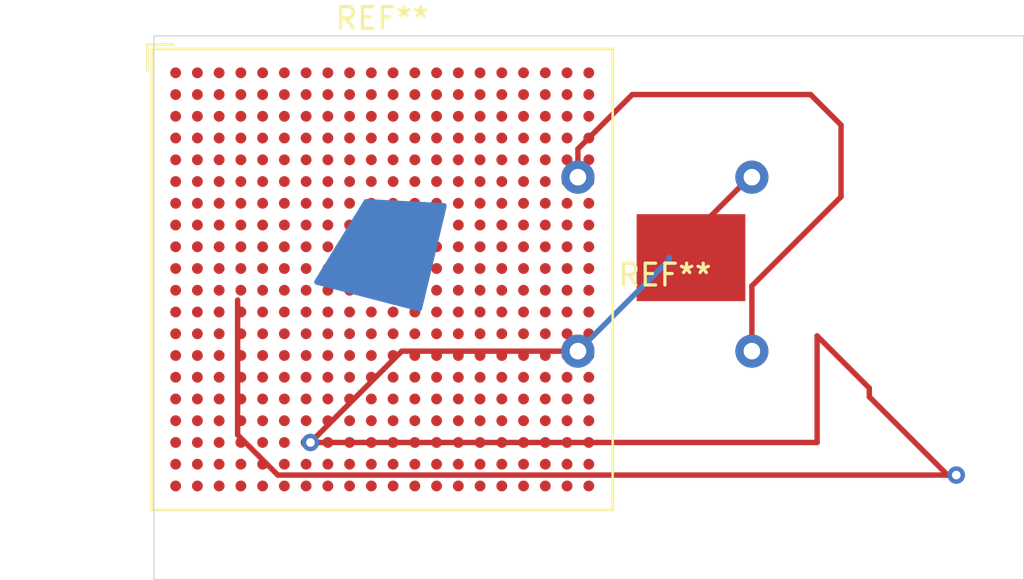
<source format=kicad_pcb>
(kicad_pcb (version 20171130) (host pcbnew "(5.1.9)-1")

  (general
    (thickness 1.6)
    (drawings 4)
    (tracks 27)
    (zones 0)
    (modules 2)
    (nets 1)
  )

  (page A4)
  (layers
    (0 F.Cu signal)
    (31 B.Cu signal)
    (32 B.Adhes user)
    (33 F.Adhes user)
    (34 B.Paste user)
    (35 F.Paste user)
    (36 B.SilkS user)
    (37 F.SilkS user)
    (38 B.Mask user)
    (39 F.Mask user)
    (40 Dwgs.User user)
    (41 Cmts.User user)
    (42 Eco1.User user)
    (43 Eco2.User user)
    (44 Edge.Cuts user)
    (45 Margin user)
    (46 B.CrtYd user)
    (47 F.CrtYd user)
    (48 B.Fab user)
    (49 F.Fab user)
  )

  (setup
    (last_trace_width 0.25)
    (trace_clearance 0.2)
    (zone_clearance 0.508)
    (zone_45_only no)
    (trace_min 0.2)
    (via_size 0.8)
    (via_drill 0.4)
    (via_min_size 0.4)
    (via_min_drill 0.3)
    (uvia_size 0.3)
    (uvia_drill 0.1)
    (uvias_allowed no)
    (uvia_min_size 0.2)
    (uvia_min_drill 0.1)
    (edge_width 0.05)
    (segment_width 0.2)
    (pcb_text_width 0.3)
    (pcb_text_size 1.5 1.5)
    (mod_edge_width 0.12)
    (mod_text_size 1 1)
    (mod_text_width 0.15)
    (pad_size 1.524 1.524)
    (pad_drill 0.762)
    (pad_to_mask_clearance 0)
    (aux_axis_origin 0 0)
    (visible_elements 7FFFFFFF)
    (pcbplotparams
      (layerselection 0x010fc_ffffffff)
      (usegerberextensions false)
      (usegerberattributes true)
      (usegerberadvancedattributes true)
      (creategerberjobfile true)
      (excludeedgelayer true)
      (linewidth 0.100000)
      (plotframeref false)
      (viasonmask false)
      (mode 1)
      (useauxorigin false)
      (hpglpennumber 1)
      (hpglpenspeed 20)
      (hpglpendiameter 15.000000)
      (psnegative false)
      (psa4output false)
      (plotreference true)
      (plotvalue true)
      (plotinvisibletext false)
      (padsonsilk false)
      (subtractmaskfromsilk false)
      (outputformat 1)
      (mirror false)
      (drillshape 1)
      (scaleselection 1)
      (outputdirectory ""))
  )

  (net 0 "")

  (net_class Default "This is the default net class."
    (clearance 0.2)
    (trace_width 0.25)
    (via_dia 0.8)
    (via_drill 0.4)
    (uvia_dia 0.3)
    (uvia_drill 0.1)
  )

  (module prueba:prueba (layer F.Cu) (tedit 60D7A6DF) (tstamp 60D795A4)
    (at 113.5 25.5)
    (fp_text reference REF** (at 0 0.5) (layer F.SilkS)
      (effects (font (size 1 1) (thickness 0.15)))
    )
    (fp_text value prueba (at 0 -0.5) (layer F.Fab)
      (effects (font (size 1 1) (thickness 0.15)))
    )
    (pad 5 thru_hole circle (at -4 -4 45) (size 1.524 1.524) (drill 0.762) (layers *.Cu *.Mask))
    (pad 4 thru_hole circle (at -4 4) (size 1.524 1.524) (drill 0.762) (layers *.Cu *.Mask))
    (pad 3 thru_hole circle (at 4 4) (size 1.524 1.524) (drill 0.762) (layers *.Cu *.Mask))
    (pad 2 thru_hole circle (at 4 -4) (size 1.524 1.524) (drill 0.762) (layers *.Cu *.Mask))
    (pad 1 smd rect (at 0.2 -0.3) (size 5 4) (drill (offset 1 0)) (layers F.Cu F.Paste F.Mask)
      (die_length 1))
  )

  (module Package_BGA:BGA-400_21.0x21.0mm_Layout20x20_P1.0mm (layer F.Cu) (tedit 5A058D74) (tstamp 60D7FD60)
    (at 100.5 26.2)
    (descr "BGA-400, https://www.xilinx.com/support/documentation/package_specs/fg400.pdf")
    (tags BGA-400)
    (attr smd)
    (fp_text reference REF** (at 0 -12) (layer F.SilkS)
      (effects (font (size 1 1) (thickness 0.15)))
    )
    (fp_text value BGA-400_21.0x21.0mm_Layout20x20_P1.0mm (at 0 12.06) (layer F.Fab)
      (effects (font (size 1 1) (thickness 0.15)))
    )
    (fp_text user %R (at 0 0) (layer F.Fab)
      (effects (font (size 1 1) (thickness 0.15)))
    )
    (fp_line (start -10.8 -9.6) (end -10.8 -10.8) (layer F.SilkS) (width 0.12))
    (fp_line (start -10.8 -10.8) (end -9.6 -10.8) (layer F.SilkS) (width 0.12))
    (fp_line (start 10.6 10.6) (end -10.6 10.6) (layer F.SilkS) (width 0.12))
    (fp_line (start -10.6 10.6) (end -10.6 -10.6) (layer F.SilkS) (width 0.12))
    (fp_line (start -10.6 -10.6) (end 10.6 -10.6) (layer F.SilkS) (width 0.12))
    (fp_line (start 10.6 -10.6) (end 10.6 10.6) (layer F.SilkS) (width 0.12))
    (fp_line (start 10.5 10.5) (end -10.5 10.5) (layer F.Fab) (width 0.1))
    (fp_line (start -10.5 10.5) (end -10.5 -9.5) (layer F.Fab) (width 0.1))
    (fp_line (start -10.5 -9.5) (end -9.5 -10.5) (layer F.Fab) (width 0.1))
    (fp_line (start -9.5 -10.5) (end 10.5 -10.5) (layer F.Fab) (width 0.1))
    (fp_line (start 10.5 -10.5) (end 10.5 10.5) (layer F.Fab) (width 0.1))
    (fp_line (start -11.5 -11.5) (end 11.5 -11.5) (layer F.CrtYd) (width 0.05))
    (fp_line (start -11.5 -11.5) (end -11.5 11.5) (layer F.CrtYd) (width 0.05))
    (fp_line (start 11.5 11.5) (end 11.5 -11.5) (layer F.CrtYd) (width 0.05))
    (fp_line (start 11.5 11.5) (end -11.5 11.5) (layer F.CrtYd) (width 0.05))
    (pad J14 smd circle (at 3.5 -1.5) (size 0.5 0.5) (layers F.Cu F.Paste F.Mask))
    (pad J13 smd circle (at 2.5 -1.5) (size 0.5 0.5) (layers F.Cu F.Paste F.Mask))
    (pad J12 smd circle (at 1.5 -1.5) (size 0.5 0.5) (layers F.Cu F.Paste F.Mask))
    (pad J11 smd circle (at 0.5 -1.5) (size 0.5 0.5) (layers F.Cu F.Paste F.Mask))
    (pad J10 smd circle (at -0.5 -1.5) (size 0.5 0.5) (layers F.Cu F.Paste F.Mask))
    (pad J9 smd circle (at -1.5 -1.5) (size 0.5 0.5) (layers F.Cu F.Paste F.Mask))
    (pad J8 smd circle (at -2.5 -1.5) (size 0.5 0.5) (layers F.Cu F.Paste F.Mask))
    (pad J7 smd circle (at -3.5 -1.5) (size 0.5 0.5) (layers F.Cu F.Paste F.Mask))
    (pad H14 smd circle (at 3.5 -2.5) (size 0.5 0.5) (layers F.Cu F.Paste F.Mask))
    (pad H13 smd circle (at 2.5 -2.5) (size 0.5 0.5) (layers F.Cu F.Paste F.Mask))
    (pad H12 smd circle (at 1.5 -2.5) (size 0.5 0.5) (layers F.Cu F.Paste F.Mask))
    (pad H11 smd circle (at 0.5 -2.5) (size 0.5 0.5) (layers F.Cu F.Paste F.Mask))
    (pad H10 smd circle (at -0.5 -2.5) (size 0.5 0.5) (layers F.Cu F.Paste F.Mask))
    (pad H9 smd circle (at -1.5 -2.5) (size 0.5 0.5) (layers F.Cu F.Paste F.Mask))
    (pad H8 smd circle (at -2.5 -2.5) (size 0.5 0.5) (layers F.Cu F.Paste F.Mask))
    (pad H7 smd circle (at -3.5 -2.5) (size 0.5 0.5) (layers F.Cu F.Paste F.Mask))
    (pad G14 smd circle (at 3.5 -3.5) (size 0.5 0.5) (layers F.Cu F.Paste F.Mask))
    (pad G13 smd circle (at 2.5 -3.5) (size 0.5 0.5) (layers F.Cu F.Paste F.Mask))
    (pad G12 smd circle (at 1.5 -3.5) (size 0.5 0.5) (layers F.Cu F.Paste F.Mask))
    (pad G11 smd circle (at 0.5 -3.5) (size 0.5 0.5) (layers F.Cu F.Paste F.Mask))
    (pad G10 smd circle (at -0.5 -3.5) (size 0.5 0.5) (layers F.Cu F.Paste F.Mask))
    (pad G9 smd circle (at -1.5 -3.5) (size 0.5 0.5) (layers F.Cu F.Paste F.Mask))
    (pad G8 smd circle (at -2.5 -3.5) (size 0.5 0.5) (layers F.Cu F.Paste F.Mask))
    (pad K14 smd circle (at 3.5 -0.5) (size 0.5 0.5) (layers F.Cu F.Paste F.Mask))
    (pad K13 smd circle (at 2.5 -0.5) (size 0.5 0.5) (layers F.Cu F.Paste F.Mask))
    (pad K12 smd circle (at 1.5 -0.5) (size 0.5 0.5) (layers F.Cu F.Paste F.Mask))
    (pad K11 smd circle (at 0.5 -0.5) (size 0.5 0.5) (layers F.Cu F.Paste F.Mask))
    (pad K10 smd circle (at -0.5 -0.5) (size 0.5 0.5) (layers F.Cu F.Paste F.Mask))
    (pad K9 smd circle (at -1.5 -0.5) (size 0.5 0.5) (layers F.Cu F.Paste F.Mask))
    (pad K8 smd circle (at -2.5 -0.5) (size 0.5 0.5) (layers F.Cu F.Paste F.Mask))
    (pad K7 smd circle (at -3.5 -0.5) (size 0.5 0.5) (layers F.Cu F.Paste F.Mask))
    (pad L14 smd circle (at 3.5 0.5) (size 0.5 0.5) (layers F.Cu F.Paste F.Mask))
    (pad L13 smd circle (at 2.5 0.5) (size 0.5 0.5) (layers F.Cu F.Paste F.Mask))
    (pad L12 smd circle (at 1.5 0.5) (size 0.5 0.5) (layers F.Cu F.Paste F.Mask))
    (pad L11 smd circle (at 0.5 0.5) (size 0.5 0.5) (layers F.Cu F.Paste F.Mask))
    (pad L10 smd circle (at -0.5 0.5) (size 0.5 0.5) (layers F.Cu F.Paste F.Mask))
    (pad L9 smd circle (at -1.5 0.5) (size 0.5 0.5) (layers F.Cu F.Paste F.Mask))
    (pad L8 smd circle (at -2.5 0.5) (size 0.5 0.5) (layers F.Cu F.Paste F.Mask))
    (pad L7 smd circle (at -3.5 0.5) (size 0.5 0.5) (layers F.Cu F.Paste F.Mask))
    (pad M14 smd circle (at 3.5 1.5) (size 0.5 0.5) (layers F.Cu F.Paste F.Mask))
    (pad M13 smd circle (at 2.5 1.5) (size 0.5 0.5) (layers F.Cu F.Paste F.Mask))
    (pad M12 smd circle (at 1.5 1.5) (size 0.5 0.5) (layers F.Cu F.Paste F.Mask))
    (pad M11 smd circle (at 0.5 1.5) (size 0.5 0.5) (layers F.Cu F.Paste F.Mask))
    (pad M10 smd circle (at -0.5 1.5) (size 0.5 0.5) (layers F.Cu F.Paste F.Mask))
    (pad M9 smd circle (at -1.5 1.5) (size 0.5 0.5) (layers F.Cu F.Paste F.Mask))
    (pad M8 smd circle (at -2.5 1.5) (size 0.5 0.5) (layers F.Cu F.Paste F.Mask))
    (pad M7 smd circle (at -3.5 1.5) (size 0.5 0.5) (layers F.Cu F.Paste F.Mask))
    (pad N14 smd circle (at 3.5 2.5) (size 0.5 0.5) (layers F.Cu F.Paste F.Mask))
    (pad N13 smd circle (at 2.5 2.5) (size 0.5 0.5) (layers F.Cu F.Paste F.Mask))
    (pad N12 smd circle (at 1.5 2.5) (size 0.5 0.5) (layers F.Cu F.Paste F.Mask))
    (pad N11 smd circle (at 0.5 2.5) (size 0.5 0.5) (layers F.Cu F.Paste F.Mask))
    (pad N10 smd circle (at -0.5 2.5) (size 0.5 0.5) (layers F.Cu F.Paste F.Mask))
    (pad N9 smd circle (at -1.5 2.5) (size 0.5 0.5) (layers F.Cu F.Paste F.Mask))
    (pad N8 smd circle (at -2.5 2.5) (size 0.5 0.5) (layers F.Cu F.Paste F.Mask))
    (pad N7 smd circle (at -3.5 2.5) (size 0.5 0.5) (layers F.Cu F.Paste F.Mask))
    (pad P14 smd circle (at 3.5 3.5) (size 0.5 0.5) (layers F.Cu F.Paste F.Mask))
    (pad P13 smd circle (at 2.5 3.5) (size 0.5 0.5) (layers F.Cu F.Paste F.Mask))
    (pad P12 smd circle (at 1.5 3.5) (size 0.5 0.5) (layers F.Cu F.Paste F.Mask))
    (pad P11 smd circle (at 0.5 3.5) (size 0.5 0.5) (layers F.Cu F.Paste F.Mask))
    (pad P10 smd circle (at -0.5 3.5) (size 0.5 0.5) (layers F.Cu F.Paste F.Mask))
    (pad P9 smd circle (at -1.5 3.5) (size 0.5 0.5) (layers F.Cu F.Paste F.Mask))
    (pad P8 smd circle (at -2.5 3.5) (size 0.5 0.5) (layers F.Cu F.Paste F.Mask))
    (pad P7 smd circle (at -3.5 3.5) (size 0.5 0.5) (layers F.Cu F.Paste F.Mask))
    (pad U20 smd circle (at 9.5 6.5) (size 0.5 0.5) (layers F.Cu F.Paste F.Mask))
    (pad U19 smd circle (at 8.5 6.5) (size 0.5 0.5) (layers F.Cu F.Paste F.Mask))
    (pad U18 smd circle (at 7.5 6.5) (size 0.5 0.5) (layers F.Cu F.Paste F.Mask))
    (pad U17 smd circle (at 6.5 6.5) (size 0.5 0.5) (layers F.Cu F.Paste F.Mask))
    (pad U16 smd circle (at 5.5 6.5) (size 0.5 0.5) (layers F.Cu F.Paste F.Mask))
    (pad U15 smd circle (at 4.5 6.5) (size 0.5 0.5) (layers F.Cu F.Paste F.Mask))
    (pad U14 smd circle (at 3.5 6.5) (size 0.5 0.5) (layers F.Cu F.Paste F.Mask))
    (pad U13 smd circle (at 2.5 6.5) (size 0.5 0.5) (layers F.Cu F.Paste F.Mask))
    (pad U12 smd circle (at 1.5 6.5) (size 0.5 0.5) (layers F.Cu F.Paste F.Mask))
    (pad U11 smd circle (at 0.5 6.5) (size 0.5 0.5) (layers F.Cu F.Paste F.Mask))
    (pad U10 smd circle (at -0.5 6.5) (size 0.5 0.5) (layers F.Cu F.Paste F.Mask))
    (pad U9 smd circle (at -1.5 6.5) (size 0.5 0.5) (layers F.Cu F.Paste F.Mask))
    (pad U8 smd circle (at -2.5 6.5) (size 0.5 0.5) (layers F.Cu F.Paste F.Mask))
    (pad U7 smd circle (at -3.5 6.5) (size 0.5 0.5) (layers F.Cu F.Paste F.Mask))
    (pad U6 smd circle (at -4.5 6.5) (size 0.5 0.5) (layers F.Cu F.Paste F.Mask))
    (pad U5 smd circle (at -5.5 6.5) (size 0.5 0.5) (layers F.Cu F.Paste F.Mask))
    (pad U4 smd circle (at -6.5 6.5) (size 0.5 0.5) (layers F.Cu F.Paste F.Mask))
    (pad U3 smd circle (at -7.5 6.5) (size 0.5 0.5) (layers F.Cu F.Paste F.Mask))
    (pad U2 smd circle (at -8.5 6.5) (size 0.5 0.5) (layers F.Cu F.Paste F.Mask))
    (pad V20 smd circle (at 9.5 7.5) (size 0.5 0.5) (layers F.Cu F.Paste F.Mask))
    (pad V19 smd circle (at 8.5 7.5) (size 0.5 0.5) (layers F.Cu F.Paste F.Mask))
    (pad V18 smd circle (at 7.5 7.5) (size 0.5 0.5) (layers F.Cu F.Paste F.Mask))
    (pad V17 smd circle (at 6.5 7.5) (size 0.5 0.5) (layers F.Cu F.Paste F.Mask))
    (pad V16 smd circle (at 5.5 7.5) (size 0.5 0.5) (layers F.Cu F.Paste F.Mask))
    (pad V15 smd circle (at 4.5 7.5) (size 0.5 0.5) (layers F.Cu F.Paste F.Mask))
    (pad V14 smd circle (at 3.5 7.5) (size 0.5 0.5) (layers F.Cu F.Paste F.Mask))
    (pad V13 smd circle (at 2.5 7.5) (size 0.5 0.5) (layers F.Cu F.Paste F.Mask))
    (pad V12 smd circle (at 1.5 7.5) (size 0.5 0.5) (layers F.Cu F.Paste F.Mask))
    (pad V11 smd circle (at 0.5 7.5) (size 0.5 0.5) (layers F.Cu F.Paste F.Mask))
    (pad V10 smd circle (at -0.5 7.5) (size 0.5 0.5) (layers F.Cu F.Paste F.Mask))
    (pad V9 smd circle (at -1.5 7.5) (size 0.5 0.5) (layers F.Cu F.Paste F.Mask))
    (pad V8 smd circle (at -2.5 7.5) (size 0.5 0.5) (layers F.Cu F.Paste F.Mask))
    (pad V7 smd circle (at -3.5 7.5) (size 0.5 0.5) (layers F.Cu F.Paste F.Mask))
    (pad V6 smd circle (at -4.5 7.5) (size 0.5 0.5) (layers F.Cu F.Paste F.Mask))
    (pad V5 smd circle (at -5.5 7.5) (size 0.5 0.5) (layers F.Cu F.Paste F.Mask))
    (pad V4 smd circle (at -6.5 7.5) (size 0.5 0.5) (layers F.Cu F.Paste F.Mask))
    (pad V3 smd circle (at -7.5 7.5) (size 0.5 0.5) (layers F.Cu F.Paste F.Mask))
    (pad V2 smd circle (at -8.5 7.5) (size 0.5 0.5) (layers F.Cu F.Paste F.Mask))
    (pad W20 smd circle (at 9.5 8.5) (size 0.5 0.5) (layers F.Cu F.Paste F.Mask))
    (pad W19 smd circle (at 8.5 8.5) (size 0.5 0.5) (layers F.Cu F.Paste F.Mask))
    (pad W18 smd circle (at 7.5 8.5) (size 0.5 0.5) (layers F.Cu F.Paste F.Mask))
    (pad W17 smd circle (at 6.5 8.5) (size 0.5 0.5) (layers F.Cu F.Paste F.Mask))
    (pad W16 smd circle (at 5.5 8.5) (size 0.5 0.5) (layers F.Cu F.Paste F.Mask))
    (pad W15 smd circle (at 4.5 8.5) (size 0.5 0.5) (layers F.Cu F.Paste F.Mask))
    (pad W14 smd circle (at 3.5 8.5) (size 0.5 0.5) (layers F.Cu F.Paste F.Mask))
    (pad W13 smd circle (at 2.5 8.5) (size 0.5 0.5) (layers F.Cu F.Paste F.Mask))
    (pad W12 smd circle (at 1.5 8.5) (size 0.5 0.5) (layers F.Cu F.Paste F.Mask))
    (pad W11 smd circle (at 0.5 8.5) (size 0.5 0.5) (layers F.Cu F.Paste F.Mask))
    (pad W10 smd circle (at -0.5 8.5) (size 0.5 0.5) (layers F.Cu F.Paste F.Mask))
    (pad W9 smd circle (at -1.5 8.5) (size 0.5 0.5) (layers F.Cu F.Paste F.Mask))
    (pad W8 smd circle (at -2.5 8.5) (size 0.5 0.5) (layers F.Cu F.Paste F.Mask))
    (pad W7 smd circle (at -3.5 8.5) (size 0.5 0.5) (layers F.Cu F.Paste F.Mask))
    (pad W6 smd circle (at -4.5 8.5) (size 0.5 0.5) (layers F.Cu F.Paste F.Mask))
    (pad W5 smd circle (at -5.5 8.5) (size 0.5 0.5) (layers F.Cu F.Paste F.Mask))
    (pad W4 smd circle (at -6.5 8.5) (size 0.5 0.5) (layers F.Cu F.Paste F.Mask))
    (pad W3 smd circle (at -7.5 8.5) (size 0.5 0.5) (layers F.Cu F.Paste F.Mask))
    (pad W2 smd circle (at -8.5 8.5) (size 0.5 0.5) (layers F.Cu F.Paste F.Mask))
    (pad Y20 smd circle (at 9.5 9.5) (size 0.5 0.5) (layers F.Cu F.Paste F.Mask))
    (pad Y19 smd circle (at 8.5 9.5) (size 0.5 0.5) (layers F.Cu F.Paste F.Mask))
    (pad Y18 smd circle (at 7.5 9.5) (size 0.5 0.5) (layers F.Cu F.Paste F.Mask))
    (pad Y17 smd circle (at 6.5 9.5) (size 0.5 0.5) (layers F.Cu F.Paste F.Mask))
    (pad Y16 smd circle (at 5.5 9.5) (size 0.5 0.5) (layers F.Cu F.Paste F.Mask))
    (pad Y15 smd circle (at 4.5 9.5) (size 0.5 0.5) (layers F.Cu F.Paste F.Mask))
    (pad Y14 smd circle (at 3.5 9.5) (size 0.5 0.5) (layers F.Cu F.Paste F.Mask))
    (pad Y13 smd circle (at 2.5 9.5) (size 0.5 0.5) (layers F.Cu F.Paste F.Mask))
    (pad Y12 smd circle (at 1.5 9.5) (size 0.5 0.5) (layers F.Cu F.Paste F.Mask))
    (pad Y11 smd circle (at 0.5 9.5) (size 0.5 0.5) (layers F.Cu F.Paste F.Mask))
    (pad Y10 smd circle (at -0.5 9.5) (size 0.5 0.5) (layers F.Cu F.Paste F.Mask))
    (pad Y9 smd circle (at -1.5 9.5) (size 0.5 0.5) (layers F.Cu F.Paste F.Mask))
    (pad Y8 smd circle (at -2.5 9.5) (size 0.5 0.5) (layers F.Cu F.Paste F.Mask))
    (pad Y7 smd circle (at -3.5 9.5) (size 0.5 0.5) (layers F.Cu F.Paste F.Mask))
    (pad Y6 smd circle (at -4.5 9.5) (size 0.5 0.5) (layers F.Cu F.Paste F.Mask))
    (pad Y5 smd circle (at -5.5 9.5) (size 0.5 0.5) (layers F.Cu F.Paste F.Mask))
    (pad Y4 smd circle (at -6.5 9.5) (size 0.5 0.5) (layers F.Cu F.Paste F.Mask))
    (pad Y3 smd circle (at -7.5 9.5) (size 0.5 0.5) (layers F.Cu F.Paste F.Mask))
    (pad Y2 smd circle (at -8.5 9.5) (size 0.5 0.5) (layers F.Cu F.Paste F.Mask))
    (pad Y1 smd circle (at -9.5 9.5) (size 0.5 0.5) (layers F.Cu F.Paste F.Mask))
    (pad W1 smd circle (at -9.5 8.5) (size 0.5 0.5) (layers F.Cu F.Paste F.Mask))
    (pad V1 smd circle (at -9.5 7.5) (size 0.5 0.5) (layers F.Cu F.Paste F.Mask))
    (pad U1 smd circle (at -9.5 6.5) (size 0.5 0.5) (layers F.Cu F.Paste F.Mask))
    (pad T20 smd circle (at 9.5 5.5) (size 0.5 0.5) (layers F.Cu F.Paste F.Mask))
    (pad T19 smd circle (at 8.5 5.5) (size 0.5 0.5) (layers F.Cu F.Paste F.Mask))
    (pad T18 smd circle (at 7.5 5.5) (size 0.5 0.5) (layers F.Cu F.Paste F.Mask))
    (pad T17 smd circle (at 6.5 5.5) (size 0.5 0.5) (layers F.Cu F.Paste F.Mask))
    (pad R20 smd circle (at 9.5 4.5) (size 0.5 0.5) (layers F.Cu F.Paste F.Mask))
    (pad R19 smd circle (at 8.5 4.5) (size 0.5 0.5) (layers F.Cu F.Paste F.Mask))
    (pad R18 smd circle (at 7.5 4.5) (size 0.5 0.5) (layers F.Cu F.Paste F.Mask))
    (pad R17 smd circle (at 6.5 4.5) (size 0.5 0.5) (layers F.Cu F.Paste F.Mask))
    (pad P20 smd circle (at 9.5 3.5) (size 0.5 0.5) (layers F.Cu F.Paste F.Mask))
    (pad P19 smd circle (at 8.5 3.5) (size 0.5 0.5) (layers F.Cu F.Paste F.Mask))
    (pad P18 smd circle (at 7.5 3.5) (size 0.5 0.5) (layers F.Cu F.Paste F.Mask))
    (pad P17 smd circle (at 6.5 3.5) (size 0.5 0.5) (layers F.Cu F.Paste F.Mask))
    (pad N20 smd circle (at 9.5 2.5) (size 0.5 0.5) (layers F.Cu F.Paste F.Mask))
    (pad N19 smd circle (at 8.5 2.5) (size 0.5 0.5) (layers F.Cu F.Paste F.Mask))
    (pad N18 smd circle (at 7.5 2.5) (size 0.5 0.5) (layers F.Cu F.Paste F.Mask))
    (pad N17 smd circle (at 6.5 2.5) (size 0.5 0.5) (layers F.Cu F.Paste F.Mask))
    (pad M20 smd circle (at 9.5 1.5) (size 0.5 0.5) (layers F.Cu F.Paste F.Mask))
    (pad M19 smd circle (at 8.5 1.5) (size 0.5 0.5) (layers F.Cu F.Paste F.Mask))
    (pad M18 smd circle (at 7.5 1.5) (size 0.5 0.5) (layers F.Cu F.Paste F.Mask))
    (pad M17 smd circle (at 6.5 1.5) (size 0.5 0.5) (layers F.Cu F.Paste F.Mask))
    (pad L20 smd circle (at 9.5 0.5) (size 0.5 0.5) (layers F.Cu F.Paste F.Mask))
    (pad L19 smd circle (at 8.5 0.5) (size 0.5 0.5) (layers F.Cu F.Paste F.Mask))
    (pad L18 smd circle (at 7.5 0.5) (size 0.5 0.5) (layers F.Cu F.Paste F.Mask))
    (pad L17 smd circle (at 6.5 0.5) (size 0.5 0.5) (layers F.Cu F.Paste F.Mask))
    (pad K20 smd circle (at 9.5 -0.5) (size 0.5 0.5) (layers F.Cu F.Paste F.Mask))
    (pad K19 smd circle (at 8.5 -0.5) (size 0.5 0.5) (layers F.Cu F.Paste F.Mask))
    (pad K18 smd circle (at 7.5 -0.5) (size 0.5 0.5) (layers F.Cu F.Paste F.Mask))
    (pad K17 smd circle (at 6.5 -0.5) (size 0.5 0.5) (layers F.Cu F.Paste F.Mask))
    (pad J20 smd circle (at 9.5 -1.5) (size 0.5 0.5) (layers F.Cu F.Paste F.Mask))
    (pad J19 smd circle (at 8.5 -1.5) (size 0.5 0.5) (layers F.Cu F.Paste F.Mask))
    (pad J18 smd circle (at 7.5 -1.5) (size 0.5 0.5) (layers F.Cu F.Paste F.Mask))
    (pad J17 smd circle (at 6.5 -1.5) (size 0.5 0.5) (layers F.Cu F.Paste F.Mask))
    (pad H20 smd circle (at 9.5 -2.5) (size 0.5 0.5) (layers F.Cu F.Paste F.Mask))
    (pad H19 smd circle (at 8.5 -2.5) (size 0.5 0.5) (layers F.Cu F.Paste F.Mask))
    (pad H18 smd circle (at 7.5 -2.5) (size 0.5 0.5) (layers F.Cu F.Paste F.Mask))
    (pad H17 smd circle (at 6.5 -2.5) (size 0.5 0.5) (layers F.Cu F.Paste F.Mask))
    (pad G20 smd circle (at 9.5 -3.5) (size 0.5 0.5) (layers F.Cu F.Paste F.Mask))
    (pad G19 smd circle (at 8.5 -3.5) (size 0.5 0.5) (layers F.Cu F.Paste F.Mask))
    (pad G18 smd circle (at 7.5 -3.5) (size 0.5 0.5) (layers F.Cu F.Paste F.Mask))
    (pad G17 smd circle (at 6.5 -3.5) (size 0.5 0.5) (layers F.Cu F.Paste F.Mask))
    (pad F20 smd circle (at 9.5 -4.5) (size 0.5 0.5) (layers F.Cu F.Paste F.Mask))
    (pad F19 smd circle (at 8.5 -4.5) (size 0.5 0.5) (layers F.Cu F.Paste F.Mask))
    (pad F18 smd circle (at 7.5 -4.5) (size 0.5 0.5) (layers F.Cu F.Paste F.Mask))
    (pad F17 smd circle (at 6.5 -4.5) (size 0.5 0.5) (layers F.Cu F.Paste F.Mask))
    (pad E20 smd circle (at 9.5 -5.5) (size 0.5 0.5) (layers F.Cu F.Paste F.Mask))
    (pad E19 smd circle (at 8.5 -5.5) (size 0.5 0.5) (layers F.Cu F.Paste F.Mask))
    (pad E18 smd circle (at 7.5 -5.5) (size 0.5 0.5) (layers F.Cu F.Paste F.Mask))
    (pad E17 smd circle (at 6.5 -5.5) (size 0.5 0.5) (layers F.Cu F.Paste F.Mask))
    (pad D20 smd circle (at 9.5 -6.5) (size 0.5 0.5) (layers F.Cu F.Paste F.Mask))
    (pad D19 smd circle (at 8.5 -6.5) (size 0.5 0.5) (layers F.Cu F.Paste F.Mask))
    (pad D18 smd circle (at 7.5 -6.5) (size 0.5 0.5) (layers F.Cu F.Paste F.Mask))
    (pad D17 smd circle (at 6.5 -6.5) (size 0.5 0.5) (layers F.Cu F.Paste F.Mask))
    (pad C20 smd circle (at 9.5 -7.5) (size 0.5 0.5) (layers F.Cu F.Paste F.Mask))
    (pad C19 smd circle (at 8.5 -7.5) (size 0.5 0.5) (layers F.Cu F.Paste F.Mask))
    (pad C18 smd circle (at 7.5 -7.5) (size 0.5 0.5) (layers F.Cu F.Paste F.Mask))
    (pad C17 smd circle (at 6.5 -7.5) (size 0.5 0.5) (layers F.Cu F.Paste F.Mask))
    (pad B20 smd circle (at 9.5 -8.5) (size 0.5 0.5) (layers F.Cu F.Paste F.Mask))
    (pad B19 smd circle (at 8.5 -8.5) (size 0.5 0.5) (layers F.Cu F.Paste F.Mask))
    (pad B18 smd circle (at 7.5 -8.5) (size 0.5 0.5) (layers F.Cu F.Paste F.Mask))
    (pad B17 smd circle (at 6.5 -8.5) (size 0.5 0.5) (layers F.Cu F.Paste F.Mask))
    (pad A20 smd circle (at 9.5 -9.5) (size 0.5 0.5) (layers F.Cu F.Paste F.Mask))
    (pad A19 smd circle (at 8.5 -9.5) (size 0.5 0.5) (layers F.Cu F.Paste F.Mask))
    (pad A18 smd circle (at 7.5 -9.5) (size 0.5 0.5) (layers F.Cu F.Paste F.Mask))
    (pad A17 smd circle (at 6.5 -9.5) (size 0.5 0.5) (layers F.Cu F.Paste F.Mask))
    (pad H16 smd circle (at 5.5 -2.5) (size 0.5 0.5) (layers F.Cu F.Paste F.Mask))
    (pad J16 smd circle (at 5.5 -1.5) (size 0.5 0.5) (layers F.Cu F.Paste F.Mask))
    (pad K16 smd circle (at 5.5 -0.5) (size 0.5 0.5) (layers F.Cu F.Paste F.Mask))
    (pad L16 smd circle (at 5.5 0.5) (size 0.5 0.5) (layers F.Cu F.Paste F.Mask))
    (pad M16 smd circle (at 5.5 1.5) (size 0.5 0.5) (layers F.Cu F.Paste F.Mask))
    (pad N16 smd circle (at 5.5 2.5) (size 0.5 0.5) (layers F.Cu F.Paste F.Mask))
    (pad P16 smd circle (at 5.5 3.5) (size 0.5 0.5) (layers F.Cu F.Paste F.Mask))
    (pad R16 smd circle (at 5.5 4.5) (size 0.5 0.5) (layers F.Cu F.Paste F.Mask))
    (pad T16 smd circle (at 5.5 5.5) (size 0.5 0.5) (layers F.Cu F.Paste F.Mask))
    (pad T15 smd circle (at 4.5 5.5) (size 0.5 0.5) (layers F.Cu F.Paste F.Mask))
    (pad R15 smd circle (at 4.5 4.5) (size 0.5 0.5) (layers F.Cu F.Paste F.Mask))
    (pad P15 smd circle (at 4.5 3.5) (size 0.5 0.5) (layers F.Cu F.Paste F.Mask))
    (pad N15 smd circle (at 4.5 2.5) (size 0.5 0.5) (layers F.Cu F.Paste F.Mask))
    (pad M15 smd circle (at 4.5 1.5) (size 0.5 0.5) (layers F.Cu F.Paste F.Mask))
    (pad L15 smd circle (at 4.5 0.5) (size 0.5 0.5) (layers F.Cu F.Paste F.Mask))
    (pad K15 smd circle (at 4.5 -0.5) (size 0.5 0.5) (layers F.Cu F.Paste F.Mask))
    (pad J15 smd circle (at 4.5 -1.5) (size 0.5 0.5) (layers F.Cu F.Paste F.Mask))
    (pad H15 smd circle (at 4.5 -2.5) (size 0.5 0.5) (layers F.Cu F.Paste F.Mask))
    (pad R14 smd circle (at 3.5 4.5) (size 0.5 0.5) (layers F.Cu F.Paste F.Mask))
    (pad T14 smd circle (at 3.5 5.5) (size 0.5 0.5) (layers F.Cu F.Paste F.Mask))
    (pad T13 smd circle (at 2.5 5.5) (size 0.5 0.5) (layers F.Cu F.Paste F.Mask))
    (pad R13 smd circle (at 2.5 4.5) (size 0.5 0.5) (layers F.Cu F.Paste F.Mask))
    (pad T12 smd circle (at 1.5 5.5) (size 0.5 0.5) (layers F.Cu F.Paste F.Mask))
    (pad R12 smd circle (at 1.5 4.5) (size 0.5 0.5) (layers F.Cu F.Paste F.Mask))
    (pad F12 smd circle (at 1.5 -4.5) (size 0.5 0.5) (layers F.Cu F.Paste F.Mask))
    (pad F11 smd circle (at 0.5 -4.5) (size 0.5 0.5) (layers F.Cu F.Paste F.Mask))
    (pad F10 smd circle (at -0.5 -4.5) (size 0.5 0.5) (layers F.Cu F.Paste F.Mask))
    (pad F9 smd circle (at -1.5 -4.5) (size 0.5 0.5) (layers F.Cu F.Paste F.Mask))
    (pad E12 smd circle (at 1.5 -5.5) (size 0.5 0.5) (layers F.Cu F.Paste F.Mask))
    (pad E11 smd circle (at 0.5 -5.5) (size 0.5 0.5) (layers F.Cu F.Paste F.Mask))
    (pad E10 smd circle (at -0.5 -5.5) (size 0.5 0.5) (layers F.Cu F.Paste F.Mask))
    (pad E9 smd circle (at -1.5 -5.5) (size 0.5 0.5) (layers F.Cu F.Paste F.Mask))
    (pad T11 smd circle (at 0.5 5.5) (size 0.5 0.5) (layers F.Cu F.Paste F.Mask))
    (pad T10 smd circle (at -0.5 5.5) (size 0.5 0.5) (layers F.Cu F.Paste F.Mask))
    (pad T9 smd circle (at -1.5 5.5) (size 0.5 0.5) (layers F.Cu F.Paste F.Mask))
    (pad T8 smd circle (at -2.5 5.5) (size 0.5 0.5) (layers F.Cu F.Paste F.Mask))
    (pad T7 smd circle (at -3.5 5.5) (size 0.5 0.5) (layers F.Cu F.Paste F.Mask))
    (pad R11 smd circle (at 0.5 4.5) (size 0.5 0.5) (layers F.Cu F.Paste F.Mask))
    (pad R10 smd circle (at -0.5 4.5) (size 0.5 0.5) (layers F.Cu F.Paste F.Mask))
    (pad R9 smd circle (at -1.5 4.5) (size 0.5 0.5) (layers F.Cu F.Paste F.Mask))
    (pad R8 smd circle (at -2.5 4.5) (size 0.5 0.5) (layers F.Cu F.Paste F.Mask))
    (pad R7 smd circle (at -3.5 4.5) (size 0.5 0.5) (layers F.Cu F.Paste F.Mask))
    (pad N6 smd circle (at -4.5 2.5) (size 0.5 0.5) (layers F.Cu F.Paste F.Mask))
    (pad N5 smd circle (at -5.5 2.5) (size 0.5 0.5) (layers F.Cu F.Paste F.Mask))
    (pad T6 smd circle (at -4.5 5.5) (size 0.5 0.5) (layers F.Cu F.Paste F.Mask))
    (pad T5 smd circle (at -5.5 5.5) (size 0.5 0.5) (layers F.Cu F.Paste F.Mask))
    (pad R6 smd circle (at -4.5 4.5) (size 0.5 0.5) (layers F.Cu F.Paste F.Mask))
    (pad R5 smd circle (at -5.5 4.5) (size 0.5 0.5) (layers F.Cu F.Paste F.Mask))
    (pad P6 smd circle (at -4.5 3.5) (size 0.5 0.5) (layers F.Cu F.Paste F.Mask))
    (pad P5 smd circle (at -5.5 3.5) (size 0.5 0.5) (layers F.Cu F.Paste F.Mask))
    (pad M6 smd circle (at -4.5 1.5) (size 0.5 0.5) (layers F.Cu F.Paste F.Mask))
    (pad M5 smd circle (at -5.5 1.5) (size 0.5 0.5) (layers F.Cu F.Paste F.Mask))
    (pad L6 smd circle (at -4.5 0.5) (size 0.5 0.5) (layers F.Cu F.Paste F.Mask))
    (pad L5 smd circle (at -5.5 0.5) (size 0.5 0.5) (layers F.Cu F.Paste F.Mask))
    (pad K6 smd circle (at -4.5 -0.5) (size 0.5 0.5) (layers F.Cu F.Paste F.Mask))
    (pad K5 smd circle (at -5.5 -0.5) (size 0.5 0.5) (layers F.Cu F.Paste F.Mask))
    (pad J6 smd circle (at -4.5 -1.5) (size 0.5 0.5) (layers F.Cu F.Paste F.Mask))
    (pad J5 smd circle (at -5.5 -1.5) (size 0.5 0.5) (layers F.Cu F.Paste F.Mask))
    (pad H6 smd circle (at -4.5 -2.5) (size 0.5 0.5) (layers F.Cu F.Paste F.Mask))
    (pad H5 smd circle (at -5.5 -2.5) (size 0.5 0.5) (layers F.Cu F.Paste F.Mask))
    (pad G7 smd circle (at -3.5 -3.5) (size 0.5 0.5) (layers F.Cu F.Paste F.Mask))
    (pad G6 smd circle (at -4.5 -3.5) (size 0.5 0.5) (layers F.Cu F.Paste F.Mask))
    (pad G5 smd circle (at -5.5 -3.5) (size 0.5 0.5) (layers F.Cu F.Paste F.Mask))
    (pad F8 smd circle (at -2.5 -4.5) (size 0.5 0.5) (layers F.Cu F.Paste F.Mask))
    (pad F7 smd circle (at -3.5 -4.5) (size 0.5 0.5) (layers F.Cu F.Paste F.Mask))
    (pad F6 smd circle (at -4.5 -4.5) (size 0.5 0.5) (layers F.Cu F.Paste F.Mask))
    (pad F5 smd circle (at -5.5 -4.5) (size 0.5 0.5) (layers F.Cu F.Paste F.Mask))
    (pad E5 smd circle (at -5.5 -5.5) (size 0.5 0.5) (layers F.Cu F.Paste F.Mask))
    (pad E6 smd circle (at -4.5 -5.5) (size 0.5 0.5) (layers F.Cu F.Paste F.Mask))
    (pad E7 smd circle (at -3.5 -5.5) (size 0.5 0.5) (layers F.Cu F.Paste F.Mask))
    (pad E8 smd circle (at -2.5 -5.5) (size 0.5 0.5) (layers F.Cu F.Paste F.Mask))
    (pad T4 smd circle (at -6.5 5.5) (size 0.5 0.5) (layers F.Cu F.Paste F.Mask))
    (pad T3 smd circle (at -7.5 5.5) (size 0.5 0.5) (layers F.Cu F.Paste F.Mask))
    (pad T2 smd circle (at -8.5 5.5) (size 0.5 0.5) (layers F.Cu F.Paste F.Mask))
    (pad T1 smd circle (at -9.5 5.5) (size 0.5 0.5) (layers F.Cu F.Paste F.Mask))
    (pad R1 smd circle (at -9.5 4.5) (size 0.5 0.5) (layers F.Cu F.Paste F.Mask))
    (pad P1 smd circle (at -9.5 3.5) (size 0.5 0.5) (layers F.Cu F.Paste F.Mask))
    (pad N1 smd circle (at -9.5 2.5) (size 0.5 0.5) (layers F.Cu F.Paste F.Mask))
    (pad R2 smd circle (at -8.5 4.5) (size 0.5 0.5) (layers F.Cu F.Paste F.Mask))
    (pad P2 smd circle (at -8.5 3.5) (size 0.5 0.5) (layers F.Cu F.Paste F.Mask))
    (pad N2 smd circle (at -8.5 2.5) (size 0.5 0.5) (layers F.Cu F.Paste F.Mask))
    (pad N3 smd circle (at -7.5 2.5) (size 0.5 0.5) (layers F.Cu F.Paste F.Mask))
    (pad P3 smd circle (at -7.5 3.5) (size 0.5 0.5) (layers F.Cu F.Paste F.Mask))
    (pad R3 smd circle (at -7.5 4.5) (size 0.5 0.5) (layers F.Cu F.Paste F.Mask))
    (pad R4 smd circle (at -6.5 4.5) (size 0.5 0.5) (layers F.Cu F.Paste F.Mask))
    (pad P4 smd circle (at -6.5 3.5) (size 0.5 0.5) (layers F.Cu F.Paste F.Mask))
    (pad N4 smd circle (at -6.5 2.5) (size 0.5 0.5) (layers F.Cu F.Paste F.Mask))
    (pad M4 smd circle (at -6.5 1.5) (size 0.5 0.5) (layers F.Cu F.Paste F.Mask))
    (pad M3 smd circle (at -7.5 1.5) (size 0.5 0.5) (layers F.Cu F.Paste F.Mask))
    (pad M2 smd circle (at -8.5 1.5) (size 0.5 0.5) (layers F.Cu F.Paste F.Mask))
    (pad M1 smd circle (at -9.5 1.5) (size 0.5 0.5) (layers F.Cu F.Paste F.Mask))
    (pad L1 smd circle (at -9.5 0.5) (size 0.5 0.5) (layers F.Cu F.Paste F.Mask))
    (pad L2 smd circle (at -8.5 0.5) (size 0.5 0.5) (layers F.Cu F.Paste F.Mask))
    (pad L3 smd circle (at -7.5 0.5) (size 0.5 0.5) (layers F.Cu F.Paste F.Mask))
    (pad L4 smd circle (at -6.5 0.5) (size 0.5 0.5) (layers F.Cu F.Paste F.Mask))
    (pad K4 smd circle (at -6.5 -0.5) (size 0.5 0.5) (layers F.Cu F.Paste F.Mask))
    (pad K3 smd circle (at -7.5 -0.5) (size 0.5 0.5) (layers F.Cu F.Paste F.Mask))
    (pad K2 smd circle (at -8.5 -0.5) (size 0.5 0.5) (layers F.Cu F.Paste F.Mask))
    (pad K1 smd circle (at -9.5 -0.5) (size 0.5 0.5) (layers F.Cu F.Paste F.Mask))
    (pad J2 smd circle (at -8.5 -1.5) (size 0.5 0.5) (layers F.Cu F.Paste F.Mask))
    (pad J3 smd circle (at -7.5 -1.5) (size 0.5 0.5) (layers F.Cu F.Paste F.Mask))
    (pad J4 smd circle (at -6.5 -1.5) (size 0.5 0.5) (layers F.Cu F.Paste F.Mask))
    (pad H4 smd circle (at -6.5 -2.5) (size 0.5 0.5) (layers F.Cu F.Paste F.Mask))
    (pad H3 smd circle (at -7.5 -2.5) (size 0.5 0.5) (layers F.Cu F.Paste F.Mask))
    (pad H2 smd circle (at -8.5 -2.5) (size 0.5 0.5) (layers F.Cu F.Paste F.Mask))
    (pad G2 smd circle (at -8.5 -3.5) (size 0.5 0.5) (layers F.Cu F.Paste F.Mask))
    (pad G3 smd circle (at -7.5 -3.5) (size 0.5 0.5) (layers F.Cu F.Paste F.Mask))
    (pad G4 smd circle (at -6.5 -3.5) (size 0.5 0.5) (layers F.Cu F.Paste F.Mask))
    (pad F4 smd circle (at -6.5 -4.5) (size 0.5 0.5) (layers F.Cu F.Paste F.Mask))
    (pad F3 smd circle (at -7.5 -4.5) (size 0.5 0.5) (layers F.Cu F.Paste F.Mask))
    (pad F2 smd circle (at -8.5 -4.5) (size 0.5 0.5) (layers F.Cu F.Paste F.Mask))
    (pad E16 smd circle (at 5.5 -5.5) (size 0.5 0.5) (layers F.Cu F.Paste F.Mask))
    (pad F16 smd circle (at 5.5 -4.5) (size 0.5 0.5) (layers F.Cu F.Paste F.Mask))
    (pad G16 smd circle (at 5.5 -3.5) (size 0.5 0.5) (layers F.Cu F.Paste F.Mask))
    (pad G15 smd circle (at 4.5 -3.5) (size 0.5 0.5) (layers F.Cu F.Paste F.Mask))
    (pad F15 smd circle (at 4.5 -4.5) (size 0.5 0.5) (layers F.Cu F.Paste F.Mask))
    (pad E15 smd circle (at 4.5 -5.5) (size 0.5 0.5) (layers F.Cu F.Paste F.Mask))
    (pad E14 smd circle (at 3.5 -5.5) (size 0.5 0.5) (layers F.Cu F.Paste F.Mask))
    (pad F14 smd circle (at 3.5 -4.5) (size 0.5 0.5) (layers F.Cu F.Paste F.Mask))
    (pad F13 smd circle (at 2.5 -4.5) (size 0.5 0.5) (layers F.Cu F.Paste F.Mask))
    (pad E13 smd circle (at 2.5 -5.5) (size 0.5 0.5) (layers F.Cu F.Paste F.Mask))
    (pad C16 smd circle (at 5.5 -7.5) (size 0.5 0.5) (layers F.Cu F.Paste F.Mask))
    (pad D16 smd circle (at 5.5 -6.5) (size 0.5 0.5) (layers F.Cu F.Paste F.Mask))
    (pad D15 smd circle (at 4.5 -6.5) (size 0.5 0.5) (layers F.Cu F.Paste F.Mask))
    (pad C15 smd circle (at 4.5 -7.5) (size 0.5 0.5) (layers F.Cu F.Paste F.Mask))
    (pad D13 smd circle (at 2.5 -6.5) (size 0.5 0.5) (layers F.Cu F.Paste F.Mask))
    (pad D14 smd circle (at 3.5 -6.5) (size 0.5 0.5) (layers F.Cu F.Paste F.Mask))
    (pad C14 smd circle (at 3.5 -7.5) (size 0.5 0.5) (layers F.Cu F.Paste F.Mask))
    (pad C13 smd circle (at 2.5 -7.5) (size 0.5 0.5) (layers F.Cu F.Paste F.Mask))
    (pad C12 smd circle (at 1.5 -7.5) (size 0.5 0.5) (layers F.Cu F.Paste F.Mask))
    (pad D12 smd circle (at 1.5 -6.5) (size 0.5 0.5) (layers F.Cu F.Paste F.Mask))
    (pad D11 smd circle (at 0.5 -6.5) (size 0.5 0.5) (layers F.Cu F.Paste F.Mask))
    (pad C11 smd circle (at 0.5 -7.5) (size 0.5 0.5) (layers F.Cu F.Paste F.Mask))
    (pad D10 smd circle (at -0.5 -6.5) (size 0.5 0.5) (layers F.Cu F.Paste F.Mask))
    (pad C10 smd circle (at -0.5 -7.5) (size 0.5 0.5) (layers F.Cu F.Paste F.Mask))
    (pad E4 smd circle (at -6.5 -5.5) (size 0.5 0.5) (layers F.Cu F.Paste F.Mask))
    (pad E3 smd circle (at -7.5 -5.5) (size 0.5 0.5) (layers F.Cu F.Paste F.Mask))
    (pad E2 smd circle (at -8.5 -5.5) (size 0.5 0.5) (layers F.Cu F.Paste F.Mask))
    (pad D9 smd circle (at -1.5 -6.5) (size 0.5 0.5) (layers F.Cu F.Paste F.Mask))
    (pad D8 smd circle (at -2.5 -6.5) (size 0.5 0.5) (layers F.Cu F.Paste F.Mask))
    (pad D7 smd circle (at -3.5 -6.5) (size 0.5 0.5) (layers F.Cu F.Paste F.Mask))
    (pad D6 smd circle (at -4.5 -6.5) (size 0.5 0.5) (layers F.Cu F.Paste F.Mask))
    (pad D5 smd circle (at -5.5 -6.5) (size 0.5 0.5) (layers F.Cu F.Paste F.Mask))
    (pad D4 smd circle (at -6.5 -6.5) (size 0.5 0.5) (layers F.Cu F.Paste F.Mask))
    (pad D3 smd circle (at -7.5 -6.5) (size 0.5 0.5) (layers F.Cu F.Paste F.Mask))
    (pad D2 smd circle (at -8.5 -6.5) (size 0.5 0.5) (layers F.Cu F.Paste F.Mask))
    (pad C9 smd circle (at -1.5 -7.5) (size 0.5 0.5) (layers F.Cu F.Paste F.Mask))
    (pad C8 smd circle (at -2.5 -7.5) (size 0.5 0.5) (layers F.Cu F.Paste F.Mask))
    (pad C7 smd circle (at -3.5 -7.5) (size 0.5 0.5) (layers F.Cu F.Paste F.Mask))
    (pad C6 smd circle (at -4.5 -7.5) (size 0.5 0.5) (layers F.Cu F.Paste F.Mask))
    (pad C5 smd circle (at -5.5 -7.5) (size 0.5 0.5) (layers F.Cu F.Paste F.Mask))
    (pad C4 smd circle (at -6.5 -7.5) (size 0.5 0.5) (layers F.Cu F.Paste F.Mask))
    (pad C3 smd circle (at -7.5 -7.5) (size 0.5 0.5) (layers F.Cu F.Paste F.Mask))
    (pad C2 smd circle (at -8.5 -7.5) (size 0.5 0.5) (layers F.Cu F.Paste F.Mask))
    (pad B4 smd circle (at -6.5 -8.5) (size 0.5 0.5) (layers F.Cu F.Paste F.Mask))
    (pad B3 smd circle (at -7.5 -8.5) (size 0.5 0.5) (layers F.Cu F.Paste F.Mask))
    (pad B2 smd circle (at -8.5 -8.5) (size 0.5 0.5) (layers F.Cu F.Paste F.Mask))
    (pad B5 smd circle (at -5.5 -8.5) (size 0.5 0.5) (layers F.Cu F.Paste F.Mask))
    (pad B6 smd circle (at -4.5 -8.5) (size 0.5 0.5) (layers F.Cu F.Paste F.Mask))
    (pad B7 smd circle (at -3.5 -8.5) (size 0.5 0.5) (layers F.Cu F.Paste F.Mask))
    (pad B8 smd circle (at -2.5 -8.5) (size 0.5 0.5) (layers F.Cu F.Paste F.Mask))
    (pad B9 smd circle (at -1.5 -8.5) (size 0.5 0.5) (layers F.Cu F.Paste F.Mask))
    (pad B10 smd circle (at -0.5 -8.5) (size 0.5 0.5) (layers F.Cu F.Paste F.Mask))
    (pad B11 smd circle (at 0.5 -8.5) (size 0.5 0.5) (layers F.Cu F.Paste F.Mask))
    (pad B12 smd circle (at 1.5 -8.5) (size 0.5 0.5) (layers F.Cu F.Paste F.Mask))
    (pad B13 smd circle (at 2.5 -8.5) (size 0.5 0.5) (layers F.Cu F.Paste F.Mask))
    (pad B14 smd circle (at 3.5 -8.5) (size 0.5 0.5) (layers F.Cu F.Paste F.Mask))
    (pad B15 smd circle (at 4.5 -8.5) (size 0.5 0.5) (layers F.Cu F.Paste F.Mask))
    (pad B16 smd circle (at 5.5 -8.5) (size 0.5 0.5) (layers F.Cu F.Paste F.Mask))
    (pad J1 smd circle (at -9.5 -1.5) (size 0.5 0.5) (layers F.Cu F.Paste F.Mask))
    (pad H1 smd circle (at -9.5 -2.5) (size 0.5 0.5) (layers F.Cu F.Paste F.Mask))
    (pad G1 smd circle (at -9.5 -3.5) (size 0.5 0.5) (layers F.Cu F.Paste F.Mask))
    (pad F1 smd circle (at -9.5 -4.5) (size 0.5 0.5) (layers F.Cu F.Paste F.Mask))
    (pad E1 smd circle (at -9.5 -5.5) (size 0.5 0.5) (layers F.Cu F.Paste F.Mask))
    (pad D1 smd circle (at -9.5 -6.5) (size 0.5 0.5) (layers F.Cu F.Paste F.Mask))
    (pad C1 smd circle (at -9.5 -7.5) (size 0.5 0.5) (layers F.Cu F.Paste F.Mask))
    (pad B1 smd circle (at -9.5 -8.5) (size 0.5 0.5) (layers F.Cu F.Paste F.Mask))
    (pad A16 smd circle (at 5.5 -9.5) (size 0.5 0.5) (layers F.Cu F.Paste F.Mask))
    (pad A15 smd circle (at 4.5 -9.5) (size 0.5 0.5) (layers F.Cu F.Paste F.Mask))
    (pad A14 smd circle (at 3.5 -9.5) (size 0.5 0.5) (layers F.Cu F.Paste F.Mask))
    (pad A13 smd circle (at 2.5 -9.5) (size 0.5 0.5) (layers F.Cu F.Paste F.Mask))
    (pad A12 smd circle (at 1.5 -9.5) (size 0.5 0.5) (layers F.Cu F.Paste F.Mask))
    (pad A11 smd circle (at 0.5 -9.5) (size 0.5 0.5) (layers F.Cu F.Paste F.Mask))
    (pad A10 smd circle (at -0.5 -9.5) (size 0.5 0.5) (layers F.Cu F.Paste F.Mask))
    (pad A9 smd circle (at -1.5 -9.5) (size 0.5 0.5) (layers F.Cu F.Paste F.Mask))
    (pad A8 smd circle (at -2.5 -9.5) (size 0.5 0.5) (layers F.Cu F.Paste F.Mask))
    (pad A7 smd circle (at -3.5 -9.5) (size 0.5 0.5) (layers F.Cu F.Paste F.Mask))
    (pad A6 smd circle (at -4.5 -9.5) (size 0.5 0.5) (layers F.Cu F.Paste F.Mask))
    (pad A5 smd circle (at -5.5 -9.5) (size 0.5 0.5) (layers F.Cu F.Paste F.Mask))
    (pad A4 smd circle (at -6.5 -9.5) (size 0.5 0.5) (layers F.Cu F.Paste F.Mask))
    (pad A3 smd circle (at -7.5 -9.5) (size 0.5 0.5) (layers F.Cu F.Paste F.Mask))
    (pad A2 smd circle (at -8.5 -9.5) (size 0.5 0.5) (layers F.Cu F.Paste F.Mask))
    (pad A1 smd circle (at -9.5 -9.5) (size 0.5 0.5) (layers F.Cu F.Paste F.Mask))
    (model ${KISYS3DMOD}/Package_BGA.3dshapes/BGA-400_21.0x21.0mm_Layout20x20_P1.0mm.wrl
      (at (xyz 0 0 0))
      (scale (xyz 1 1 1))
      (rotate (xyz 0 0 0))
    )
  )

  (gr_line (start 90 40) (end 90 15) (layer Edge.Cuts) (width 0.05) (tstamp 60B2AFD9))
  (gr_line (start 130 40) (end 90 40) (layer Edge.Cuts) (width 0.05))
  (gr_line (start 130 15) (end 130 40) (layer Edge.Cuts) (width 0.05))
  (gr_line (start 90 15) (end 130 15) (layer Edge.Cuts) (width 0.05))

  (segment (start 117.4 21.5) (end 113.7 25.2) (width 0.25) (layer F.Cu) (net 0))
  (segment (start 117.5 21.5) (end 117.4 21.5) (width 0.25) (layer F.Cu) (net 0))
  (segment (start 117.5 29.5) (end 117.5 26.5) (width 0.25) (layer F.Cu) (net 0))
  (segment (start 117.5 26.5) (end 121.6 22.4) (width 0.25) (layer F.Cu) (net 0))
  (segment (start 121.6 22.4) (end 121.6 19.1) (width 0.25) (layer F.Cu) (net 0))
  (segment (start 121.6 19.1) (end 120.2 17.7) (width 0.25) (layer F.Cu) (net 0))
  (segment (start 120.2 17.7) (end 112 17.7) (width 0.25) (layer F.Cu) (net 0))
  (segment (start 109.5 20.2) (end 109.5 21.5) (width 0.25) (layer F.Cu) (net 0))
  (segment (start 112 17.7) (end 109.5 20.2) (width 0.25) (layer F.Cu) (net 0))
  (segment (start 113.7 25.3) (end 109.5 29.5) (width 0.25) (layer B.Cu) (net 0))
  (segment (start 113.7 25.2) (end 113.7 25.3) (width 0.25) (layer B.Cu) (net 0))
  (segment (start 97.2 33.7) (end 97.2 33.7) (width 0.25) (layer F.Cu) (net 0))
  (segment (start 111.6 33.7) (end 120.5 33.7) (width 0.25) (layer F.Cu) (net 0))
  (segment (start 120.5 33.7) (end 120.5 28.8) (width 0.25) (layer F.Cu) (net 0))
  (segment (start 120.5 28.8) (end 122.9 31.2) (width 0.25) (layer F.Cu) (net 0))
  (segment (start 122.9 31.2) (end 122.9 31.6) (width 0.25) (layer F.Cu) (net 0))
  (segment (start 122.9 31.6) (end 126.5 35.2) (width 0.25) (layer F.Cu) (net 0))
  (segment (start 126.5 35.2) (end 126.9 35.2) (width 0.25) (layer F.Cu) (net 0))
  (segment (start 126.9 35.2) (end 126.9 35.2) (width 0.25) (layer F.Cu) (net 0) (tstamp 60D6FE3B))
  (via (at 126.9 35.2) (size 0.8) (drill 0.4) (layers F.Cu B.Cu) (net 0))
  (segment (start 97.2 33.7) (end 111.6 33.7) (width 0.25) (layer F.Cu) (net 0) (tstamp 60D6FE3D))
  (via (at 97.2 33.7) (size 0.8) (drill 0.4) (layers F.Cu B.Cu) (net 0))
  (segment (start 101.4 29.5) (end 97.2 33.7) (width 0.25) (layer F.Cu) (net 0))
  (segment (start 109.5 29.5) (end 101.4 29.5) (width 0.25) (layer F.Cu) (net 0))
  (segment (start 126.9 35.2) (end 95.7 35.2) (width 0.25) (layer F.Cu) (net 0))
  (segment (start 93.85 33.35) (end 93.85 27.15) (width 0.25) (layer F.Cu) (net 0))
  (segment (start 95.7 35.2) (end 93.85 33.35) (width 0.25) (layer F.Cu) (net 0))

  (zone (net 0) (net_name "") (layer B.Cu) (tstamp 0) (hatch edge 0.508)
    (connect_pads (clearance 0.508))
    (min_thickness 0.254)
    (fill yes (arc_segments 32) (thermal_gap 0.508) (thermal_bridge_width 0.508))
    (polygon
      (pts
        (xy 103.5 22.7) (xy 102.3 27.7) (xy 97.3 26.4) (xy 99.7 22.5)
      )
    )
    (filled_polygon
      (pts
        (xy 103.340882 22.818801) (xy 102.206709 27.544522) (xy 97.498166 26.320301) (xy 99.768636 22.630788)
      )
    )
  )
)

</source>
